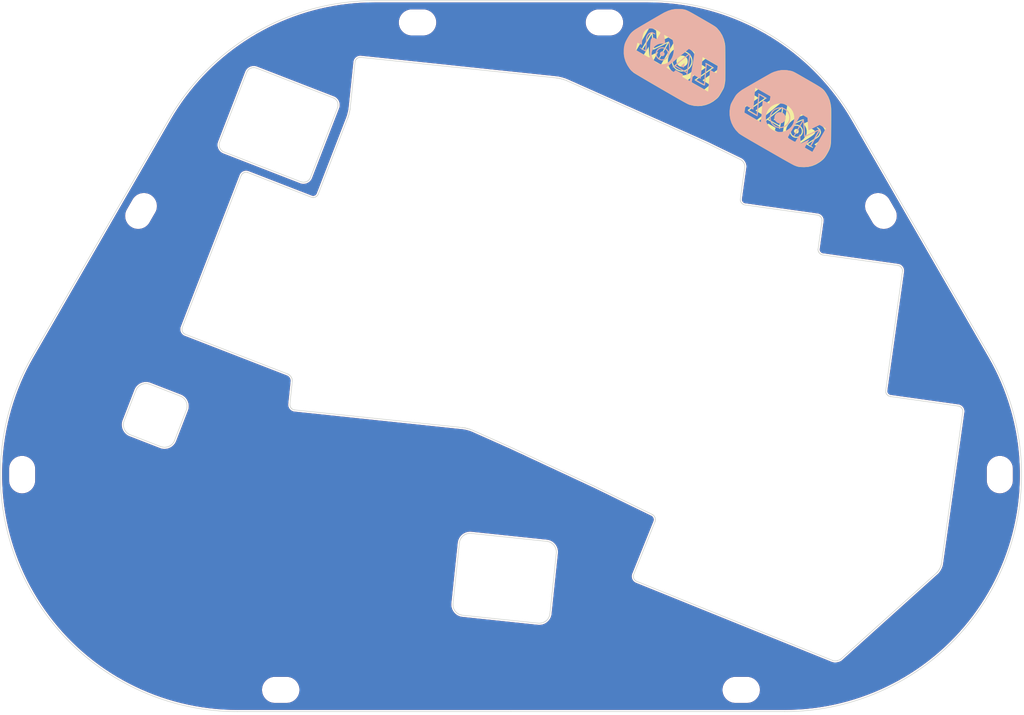
<source format=kicad_pcb>
(kicad_pcb (version 20211014) (generator pcbnew)
  (layers (0 "F.Cu" signal) (31 "B.Cu" signal) (34 "B.Paste" user) (35 "F.Paste" user) (36 "B.SilkS" user "B.Silkscreen") (37 "F.SilkS" user "F.Silkscreen") (38 "B.Mask" user) (39 "F.Mask" user) (44 "Edge.Cuts" user))
  (net 0 "")
  (net 1 "GND")
  (footprint "00_KeyParts:SpacerHole_M2_4mm" (layer "F.Cu") (at 151.545 23.139)
    (fp_text reference "H7" hide)
    (fp_text value "MountingHole" hide)
    (pad "" np_thru_hole oval (at 0 0) (size 6.3 4.2) (drill oval 6.3 4.2) (layers F&B.Cu *.Mask))
  )
  (footprint "00_KeyParts:SpacerHole_M2_4mm" (layer "F.Cu") (at 117.055 23.139)
    (fp_text reference "H8" hide)
    (fp_text value "MountingHole" hide)
    (pad "" np_thru_hole oval (at 0 0) (size 6.3 4.2) (drill oval 6.3 4.2) (layers F&B.Cu *.Mask))
  )
  (footprint "00_KeyParts:SpacerHole_M2_4mm" (layer "F.Cu") (at 176.79 146.316)
    (fp_text reference "H1" hide)
    (fp_text value "MountingHole" hide)
    (pad "" np_thru_hole oval (at 0 0) (size 6.3 4.2) (drill oval 6.3 4.2) (layers F&B.Cu *.Mask))
  )
  (footprint "00_KeyParts:mozza62_logo" (layer "F.Cu") (at 175.5 34.5 -30)
    (fp_text reference "G1" hide)
    (fp_text value "LOGO" hide)
  )
  (footprint "00_KeyParts:DummyPad" (layer "F.Cu") (at 138.2768 22.2068)
    (fp_text reference "P1" hide)
    (fp_text value "DummyPad" hide)
    (pad "1" smd circle locked (at 0 0) (size 0.4 0.4) (layers "F.Cu") (net 1 "GND"))
  )
  (footprint "00_KeyParts:SpacerHole_M2_4mm" (layer "F.Cu") (at 224.516 106.59 90)
    (fp_text reference "H3" hide)
    (fp_text value "MountingHole" hide)
    (pad "" np_thru_hole oval (at 0 0 90) (size 6.3 4.2) (drill oval 6.3 4.2) (layers F&B.Cu *.Mask))
  )
  (footprint "00_KeyParts:SpacerHole_M2_4mm" (layer "F.Cu") (at 66.029 57.936 -120)
    (fp_text reference "H6" hide)
    (fp_text value "MountingHole" hide)
    (pad "" np_thru_hole oval (at 0 0 240) (size 6.3 4.2) (drill oval 6.3 4.2) (layers F&B.Cu *.Mask))
  )
  (footprint "00_KeyParts:SpacerHole_M2_4mm" (layer "F.Cu") (at 44.084 106.59 -90)
    (fp_text reference "H4" hide)
    (fp_text value "MountingHole" hide)
    (pad "" np_thru_hole oval (at 0 0 270) (size 6.3 4.2) (drill oval 6.3 4.2) (layers F&B.Cu *.Mask))
  )
  (footprint "00_KeyParts:SpacerHole_M2_4mm" (layer "F.Cu") (at 202.571 57.936 120)
    (fp_text reference "H5" hide)
    (fp_text value "MountingHole" hide)
    (pad "" np_thru_hole oval (at 0 0 120) (size 6.3 4.2) (drill oval 6.3 4.2) (layers F&B.Cu *.Mask))
  )
  (footprint "00_KeyParts:SpacerHole_M2_4mm" (layer "F.Cu") (at 91.81 146.316)
    (fp_text reference "H2" hide)
    (fp_text value "MountingHole" hide)
    (pad "" np_thru_hole oval (at 0 0) (size 6.3 4.2) (drill oval 6.3 4.2) (layers F&B.Cu *.Mask))
  )
  (footprint "00_KeyParts:mozza62_logo" (layer "B.Cu") (at 175.5 34.5 150)
    (fp_text reference "G2" hide)
    (fp_text value "LOGO" hide)
  )
  (footprint "00_KeyParts:DummyPad" (layer "B.Cu") (at 139.4206 22.225 180)
    (fp_text reference "P2" hide)
    (fp_text value "DummyPad" hide)
    (pad "1" smd circle locked (at 0 0 180) (size 0.4 0.4) (layers "B.Cu") (net 1 "GND"))
  )
  (gr_line (start 206.505 68.644) (end 206.528 68.719) (layer "Edge.Cuts") (width 0.12))
  (gr_line (start 74.467 93.434) (end 74.501 93.585) (layer "Edge.Cuts") (width 0.12))
  (gr_line (start 72.002 100.696) (end 71.906 100.822) (layer "Edge.Cuts") (width 0.12))
  (gr_line (start 177.323 56.774) (end 177.401 56.795) (layer "Edge.Cuts") (width 0.12))
  (gr_line (start 96.263 52.609) (end 96.156 52.625) (layer "Edge.Cuts") (width 0.12))
  (gr_line (start 123.673 131.139999) (end 123.633 130.989) (layer "Edge.Cuts") (width 0.12))
  (gr_line (start 96.571 52.514) (end 96.471 52.554) (layer "Edge.Cuts") (width 0.12))
  (gr_line (start 213.736 123.104) (end 213.726 123.159) (layer "Edge.Cuts") (width 0.12))
  (gr_line (start 65.218 90.766) (end 65.304 90.632) (layer "Edge.Cuts") (width 0.12))
  (gr_line (start 203.618 91.718) (end 203.662 91.781) (layer "Edge.Cuts") (width 0.12))
  (gr_line (start 97.311 51.739) (end 97.266 51.845) (layer "Edge.Cuts") (width 0.12))
  (gr_line (start 124.76 132.38) (end 124.62 132.31) (layer "Edge.Cuts") (width 0.12))
  (gr_line (start 143.809 33.612) (end 143.866 33.629) (layer "Edge.Cuts") (width 0.12))
  (gr_line (start 67.664 89.918) (end 70.461 91.002) (layer "Edge.Cuts") (width 0.12))
  (gr_line (start 104.627 38.913) (end 104.632 38.868) (layer "Edge.Cuts") (width 0.12))
  (gr_line (start 126.169 98.065) (end 126.112 98.051) (layer "Edge.Cuts") (width 0.12))
  (gr_line (start 65.995999 90.02) (end 66.134 89.952) (layer "Edge.Cuts") (width 0.12))
  (gr_line (start 140.992 133.365) (end 140.884 133.475) (layer "Edge.Cuts") (width 0.12))
  (gr_line (start 217.604 94.514) (end 217.632 94.585) (layer "Edge.Cuts") (width 0.12))
  (gr_line (start 102.085 39.433) (end 97.311 51.739) (layer "Edge.Cuts") (width 0.12))
  (gr_line (start 101.89 37.288) (end 101.971 37.361) (layer "Edge.Cuts") (width 0.12))
  (gr_line (start 93.497 93.802) (end 93.49 93.723) (layer "Edge.Cuts") (width 0.12))
  (gr_line (start 191.626 59.276) (end 191.654 59.347) (layer "Edge.Cuts") (width 0.12))
  (gr_line (start 191.009 65.304) (end 191.032 65.378) (layer "Edge.Cuts") (width 0.12))
  (gr_line (start 104.593 39.157) (end 104.601 39.106) (layer "Edge.Cuts") (width 0.12))
  (gr_line (start 140.769 133.576) (end 140.646 133.668) (layer "Edge.Cuts") (width 0.12))
  (gr_line (start 203.477 91.36) (end 203.494 91.436) (layer "Edge.Cuts") (width 0.12))
  (gr_line (start 142.81 33.389) (end 142.86 33.396) (layer "Edge.Cuts") (width 0.12))
  (gr_line (start 62.885 98.04) (end 62.839 97.894) (layer "Edge.Cuts") (width 0.12))
  (gr_line (start 105.633 30.093) (end 105.674 30.026) (layer "Edge.Cuts") (width 0.12))
  (gr_line (start 143.293 33.479) (end 143.35 33.491999) (layer "Edge.Cuts") (width 0.12))
  (gr_line (start 142.41 119.877) (end 142.482 120.013) (layer "Edge.Cuts") (width 0.12))
  (gr_line (start 80.655 46.491) (end 80.601 46.398) (layer "Edge.Cuts") (width 0.12))
  (gr_line (start 213.713 123.214) (end 213.699 123.271) (layer "Edge.Cuts") (width 0.12))
  (gr_line (start 104.601 39.106) (end 104.608 39.056) (layer "Edge.Cuts") (width 0.12))
  (gr_line (start 140.38 133.823) (end 140.239 133.884999) (layer "Edge.Cuts") (width 0.12))
  (gr_line (start 124.244 132.039999) (end 124.134 131.933) (layer "Edge.Cuts") (width 0.12))
  (gr_line (start 191.032 65.378) (end 191.061 65.45) (layer "Edge.Cuts") (width 0.12))
  (gr_line (start 142.544 120.155) (end 142.595 120.302) (layer "Edge.Cuts") (width 0.12))
  (gr_line (start 80.446 45.558) (end 80.465 45.448) (layer "Edge.Cuts") (width 0.12))
  (gr_line (start 160.9 115.221) (end 160.92 115.146) (layer "Edge.Cuts") (width 0.12))
  (gr_line (start 81.329 47.042) (end 81.223 46.996) (layer "Edge.Cuts") (width 0.12))
  (gr_line (start 176.74 56.292) (end 176.779 56.358) (layer "Edge.Cuts") (width 0.12))
  (gr_line (start 98.567 55.088) (end 98.615 55.025) (layer "Edge.Cuts") (width 0.12))
  (gr_line (start 102.176 37.613) (end 102.23 37.705) (layer "Edge.Cuts") (width 0.12))
  (gr_line (start 101.802 37.221) (end 101.89 37.288) (layer "Edge.Cuts") (width 0.12))
  (gr_line (start 141.332 132.848999) (end 141.262 132.989) (layer "Edge.Cuts") (width 0.12))
  (gr_line (start 73.811 92.411) (end 73.927 92.515) (layer "Edge.Cuts") (width 0.12))
  (gr_line (start 157.436 126.252) (end 157.366 126.212) (layer "Edge.Cuts") (width 0.12))
  (gr_line (start 86.26 31.589) (end 86.36 31.55) (layer "Edge.Cuts") (width 0.12))
  (gr_line (start 144.194 33.734) (end 144.245 33.752) (layer "Edge.Cuts") (width 0.12))
  (gr_line (start 94.075 94.576) (end 94.005 94.541) (layer "Edge.Cuts") (width 0.12))
  (gr_line (start 93.816 94.406) (end 93.762 94.352) (layer "Edge.Cuts") (width 0.12))
  (gr_line (start 98.615 55.025) (end 98.658 54.958) (layer "Edge.Cuts") (width 0.12))
  (gr_line (start 124.906 132.44) (end 124.76 132.38) (layer "Edge.Cuts") (width 0.12))
  (gr_line (start 216.908 93.941) (end 216.986 93.962) (layer "Edge.Cuts") (width 0.12))
  (gr_line (start 81.124 46.942) (end 81.03 46.882) (layer "Edge.Cuts") (width 0.12))
  (gr_line (start 176.746 48.497) (end 176.806 48.533) (layer "Edge.Cuts") (width 0.12))
  (gr_line (start 124.362 132.139999) (end 124.244 132.039999) (layer "Edge.Cuts") (width 0.12))
  (gr_line (start 126.055 98.038) (end 125.998 98.025) (layer "Edge.Cuts") (width 0.12))
  (gr_line (start 195.204 140.606) (end 195.153 140.646) (layer "Edge.Cuts") (width 0.12))
  (gr_line (start 177.28 49.064) (end 177.312 49.13) (layer "Edge.Cuts") (width 0.12))
  (gr_line (start 157.237 126.12) (end 157.18 126.067) (layer "Edge.Cuts") (width 0.12))
  (gr_line (start 217.267 94.101) (end 217.328 94.148) (layer "Edge.Cuts") (width 0.12))
  (gr_line (start 73.772 80.368) (end 73.728 80.304) (layer "Edge.Cuts") (width 0.12))
  (gr_line (start 205.859 68.021) (end 205.934 68.048) (layer "Edge.Cuts") (width 0.12))
  (gr_line (start 191.461 59.018) (end 191.509 59.077) (layer "Edge.Cuts") (width 0.12))
  (gr_line (start 58.565 62.864) (end 45.943 84.727) (layer "Edge.Cuts") (width 0.12))
  (gr_line (start 88.414 49.79) (end 81.329 47.042) (layer "Edge.Cuts") (width 0.12))
  (gr_line (start 97.012 52.208) (end 96.933 52.283) (layer "Edge.Cuts") (width 0.12))
  (gr_line (start 176.871 56.481) (end 176.924 56.537) (layer "Edge.Cuts") (width 0.12))
  (gr_line (start 104.431 39.929) (end 104.445 39.872) (layer "Edge.Cuts") (width 0.12))
  (gr_line (start 156.965 125.749) (end 156.938 125.677) (layer "Edge.Cuts") (width 0.12))
  (gr_line (start 152.906 37.591) (end 170.562 45.478) (layer "Edge.Cuts") (width 0.12))
  (gr_line (start 97.513 55.409) (end 97.591 55.429) (layer "Edge.Cuts") (width 0.12))
  (gr_line (start 126.898 98.279) (end 126.845 98.261) (layer "Edge.Cuts") (width 0.12))
  (gr_line (start 104.403 40.041) (end 104.417 39.985) (layer "Edge.Cuts") (width 0.12))
  (gr_line (start 97.748 55.449) (end 97.826 55.45) (layer "Edge.Cuts") (width 0.12))
  (gr_line (start 157.299 126.168) (end 157.237 126.12) (layer "Edge.Cuts") (width 0.12))
  (gr_line (start 142.964 33.412999) (end 143.017 33.423) (layer "Edge.Cuts") (width 0.12))
  (gr_line (start 212.98 124.593) (end 212.941 124.634) (layer "Edge.Cuts") (width 0.12))
  (gr_line (start 176.631 55.681) (end 176.623 55.762) (layer "Edge.Cuts") (width 0.12))
  (gr_line (start 160.92 115.146) (end 160.935 115.07) (layer "Edge.Cuts") (width 0.12))
  (gr_line (start 104.166 40.795) (end 104.182 40.752) (layer "Edge.Cuts") (width 0.12))
  (gr_line (start 156.895 125.217) (end 156.91 125.139) (layer "Edge.Cuts") (width 0.12))
  (gr_line (start 125.565 97.942) (end 125.514 97.934) (layer "Edge.Cuts") (width 0.12))
  (gr_line (start 216.774 101.493) (end 213.744 123.05) (layer "Edge.Cuts") (width 0.12))
  (gr_line (start 176.621 55.843) (end 176.626 55.923) (layer "Edge.Cuts") (width 0.12))
  (gr_line (start 84.558 51.286) (end 84.601 51.219) (layer "Edge.Cuts") (width 0.12))
  (gr_line (start 104.327 40.314) (end 104.342 40.261) (layer "Edge.Cuts") (width 0.12))
  (gr_line (start 142.595 120.302) (end 142.635 120.453) (layer "Edge.Cuts") (width 0.12))
  (gr_line (start 104.555 39.369) (end 104.565 39.315) (layer "Edge.Cuts") (width 0.12))
  (gr_line (start 160.418 113.966) (end 160.349 113.929) (layer "Edge.Cuts") (width 0.12))
  (gr_line (start 203.821 91.947) (end 203.882 91.995) (layer "Edge.Cuts") (width 0.12))
  (gr_line (start 86.893 31.472) (end 87.003 31.481) (layer "Edge.Cuts") (width 0.12))
  (gr_line (start 125.418 97.922) (end 125.371 97.916) (layer "Edge.Cuts") (width 0.12))
  (gr_line (start 213.53 123.741) (end 213.502 123.8) (layer "Edge.Cuts") (width 0.12))
  (gr_line (start 86.36 31.55) (end 86.463 31.518) (layer "Edge.Cuts") (width 0.12))
  (gr_line (start 70.883 101.478) (end 70.732 101.512) (layer "Edge.Cuts") (width 0.12))
  (gr_line (start 194.86 140.81) (end 194.795 140.835) (layer "Edge.Cuts") (width 0.12))
  (gr_line (start 71.172 101.376) (end 71.029 101.432) (layer "Edge.Cuts") (width 0.12))
  (gr_line (start 210.035 62.864) (end 222.658 84.727) (layer "Edge.Cuts") (width 0.12))
  (gr_line (start 212.941 124.634) (end 212.902 124.673) (layer "Edge.Cuts") (width 0.12))
  (gr_line (start 104.342 40.261) (end 104.358 40.206) (layer "Edge.Cuts") (width 0.12))
  (gr_line (start 126.845 98.261) (end 126.792 98.243) (layer "Edge.Cuts") (width 0.12))
  (gr_line (start 143.017 33.423) (end 143.071 33.433) (layer "Edge.Cuts") (width 0.12))
  (gr_line (start 140.239 133.884999) (end 140.092 133.936) (layer "Edge.Cuts") (width 0.12))
  (gr_line (start 195.253 140.565) (end 195.204 140.606) (layer "Edge.Cuts") (width 0.12))
  (gr_line (start 93.588 94.1) (end 93.557 94.029) (layer "Edge.Cuts") (width 0.12))
  (gr_line (start 80.942 46.815) (end 80.86 46.742) (layer "Edge.Cuts") (width 0.12))
  (gr_line (start 65.736999 90.185) (end 65.863 90.097) (layer "Edge.Cuts") (width 0.12))
  (gr_line (start 80.53 45.23) (end 85.303 32.923) (layer "Edge.Cuts") (width 0.12))
  (gr_line (start 143.978 33.663) (end 144.033 33.68) (layer "Edge.Cuts") (width 0.12))
  (gr_line (start 141.181 133.122) (end 141.091 133.247999) (layer "Edge.Cuts") (width 0.12))
  (gr_line (start 191.289 58.863) (end 191.351 58.91) (layer "Edge.Cuts") (width 0.12))
  (gr_line (start 94.302 94.648) (end 94.224 94.63) (layer "Edge.Cuts") (width 0.12))
  (gr_line (start 194.595 140.899) (end 194.526 140.915) (layer "Edge.Cuts") (width 0.12))
  (gr_line (start 205.934 68.048) (end 206.006 68.08) (layer "Edge.Cuts") (width 0.12))
  (gr_line (start 160.948 114.918) (end 160.947 114.842) (layer "Edge.Cuts") (width 0.12))
  (gr_line (start 74.519 94.206) (end 74.492 94.363) (layer "Edge.Cuts") (width 0.12))
  (gr_line (start 96.849 52.351) (end 96.761 52.412) (layer "Edge.Cuts") (width 0.12))
  (gr_line (start 160.603 114.104) (end 160.545 114.054) (layer "Edge.Cuts") (width 0.12))
  (gr_line (start 74.421 93.288) (end 74.467 93.434) (layer "Edge.Cuts") (width 0.12))
  (gr_line (start 123.606 130.834) (end 123.59 130.675) (layer "Edge.Cuts") (width 0.12))
  (gr_line (start 106.218 29.619) (end 106.294 29.599) (layer "Edge.Cuts") (width 0.12))
  (gr_line (start 144.141 33.716) (end 144.194 33.734) (layer "Edge.Cuts") (width 0.12))
  (gr_line (start 203.461 91.202) (end 203.466 91.282) (layer "Edge.Cuts") (width 0.12))
  (gr_line (start 62.772 97.435) (end 62.773 97.279) (layer "Edge.Cuts") (width 0.12))
  (gr_line (start 142.678 120.767) (end 142.681 120.929) (layer "Edge.Cuts") (width 0.12))
  (gr_line (start 217.57 94.444) (end 217.604 94.514) (layer "Edge.Cuts") (width 0.12))
  (gr_line (start 85.39 50.795) (end 85.468 50.795) (layer "Edge.Cuts") (width 0.12))
  (gr_line (start 206.14 68.16) (end 206.201 68.207) (layer "Edge.Cuts") (width 0.12))
  (gr_line (start 93.298 88.125) (end 93.236 88.088) (layer "Edge.Cuts") (width 0.12))
  (gr_line (start 66.882 89.783) (end 67.038 89.784) (layer "Edge.Cuts") (width 0.12))
  (gr_line (start 134.3 19.139) (end 109.055 19.139) (layer "Edge.Cuts") (width 0.12))
  (gr_line (start 80.492 45.339) (end 80.53 45.23) (layer "Edge.Cuts") (width 0.12))
  (gr_line (start 104.51 39.59) (end 104.522 39.534) (layer "Edge.Cuts") (width 0.12))
  (gr_line (start 176.685 48.464) (end 176.746 48.497) (layer "Edge.Cuts") (width 0.12))
  (gr_line (start 125.888 117.619) (end 126.029 117.557) (layer "Edge.Cuts") (width 0.12))
  (gr_line (start 98.515 55.146) (end 98.567 55.088) (layer "Edge.Cuts") (width 0.12))
  (gr_line (start 101.608 37.108) (end 101.708 37.161) (layer "Edge.Cuts") (width 0.12))
  (gr_line (start 106.294 29.599) (end 106.372 29.585) (layer "Edge.Cuts") (width 0.12))
  (gr_line (start 87.332 31.565) (end 94.417 34.313) (layer "Edge.Cuts") (width 0.12))
  (gr_line (start 191.553 59.14) (end 191.592 59.206) (layer "Edge.Cuts") (width 0.12))
  (gr_line (start 69.642 101.41) (end 66.845 100.326) (layer "Edge.Cuts") (width 0.12))
  (gr_line (start 106.074 29.676) (end 106.145 29.645) (layer "Edge.Cuts") (width 0.12))
  (gr_line (start 197.411961 41.0015) (end 197.413 41.002) (layer "Edge.Cuts") (width 0.003048))
  (gr_line (start 142.681 120.929) (end 142.67 121.092) (layer "Edge.Cuts") (width 0.12))
  (gr_line (start 45.942173 84.727) (end 45.943 84.727) (layer "Edge.Cuts") (width 0.003048))
  (gr_line (start 140.89 118.894) (end 141.053 118.918) (layer "Edge.Cuts") (width 0.12))
  (gr_line (start 104.472 39.759) (end 104.485 39.703) (layer "Edge.Cuts") (width 0.12))
  (gr_line (start 104.231 40.616) (end 104.247 40.568) (layer "Edge.Cuts") (width 0.12))
  (gr_line (start 84.52 51.357) (end 84.558 51.286) (layer "Edge.Cuts") (width 0.12))
  (gr_line (start 206.56 69.033) (end 206.552 69.115) (layer "Edge.Cuts") (width 0.12))
  (gr_line (start 194.73 140.859) (end 194.663 140.88) (layer "Edge.Cuts") (width 0.12))
  (gr_line (start 94.384 94.659) (end 94.302 94.648) (layer "Edge.Cuts") (width 0.12))
  (gr_line (start 191.095 65.519) (end 191.133 65.586) (layer "Edge.Cuts") (width 0.12))
  (gr_line (start 193.705 140.901) (end 193.643 140.882) (layer "Edge.Cuts") (width 0.12))
  (gr_line (start 177.244 49.001) (end 177.28 49.064) (layer "Edge.Cuts") (width 0.12))
  (gr_line (start 127.001 98.316) (end 126.95 98.297) (layer "Edge.Cuts") (width 0.12))
  (gr_line (start 95.828 52.622) (end 95.718 52.603) (layer "Edge.Cuts") (width 0.12))
  (gr_line (start 74.297 93.007) (end 74.365 93.145) (layer "Edge.Cuts") (width 0.12))
  (gr_line (start 70.268 101.544) (end 70.111 101.53) (layer "Edge.Cuts") (width 0.12))
  (gr_line (start 104.263 40.52) (end 104.279 40.47) (layer "Edge.Cuts") (width 0.12))
  (gr_line (start 97.98 55.433) (end 98.056 55.416) (layer "Edge.Cuts") (width 0.12))
  (gr_line (start 124.183 124.78) (end 124.769 119.211) (layer "Edge.Cuts") (width 0.12))
  (gr_line (start 104.373 40.152) (end 104.388 40.097) (layer "Edge.Cuts") (width 0.12))
  (gr_line (start 156.958 124.984) (end 160.448 116.346) (layer "Edge.Cuts") (width 0.12))
  (gr_line (start 143.071 33.433) (end 143.125 33.444) (layer "Edge.Cuts") (width 0.12))
  (gr_line (start 82.137 57.493) (end 84.487 51.433) (layer "Edge.Cuts") (width 0.12))
  (gr_line (start 213.744 123.05) (end 213.736 123.104) (layer "Edge.Cuts") (width 0.12))
  (gr_line (start 125.998 98.025) (end 125.941 98.012) (layer "Edge.Cuts") (width 0.12))
  (gr_line (start 160.792 114.34) (end 160.751 114.277) (layer "Edge.Cuts") (width 0.12))
  (gr_line (start 93.665 94.233) (end 93.624 94.168) (layer "Edge.Cuts") (width 0.12))
  (gr_line (start 203.71 91.84) (end 203.763 91.896) (layer "Edge.Cuts") (width 0.12))
  (gr_line (start 93.626 88.421) (end 93.578 88.364) (layer "Edge.Cuts") (width 0.12))
  (gr_line (start 176.655 56.077) (end 176.678 56.151) (layer "Edge.Cuts") (width 0.12))
  (gr_line (start 96.156 52.625) (end 96.048 52.633) (layer "Edge.Cuts") (width 0.12))
  (gr_line (start 73.995 80.584) (end 73.932 80.536) (layer "Edge.Cuts") (width 0.12))
  (gr_line (start 125.058 132.488) (end 124.906 132.44) (layer "Edge.Cuts") (width 0.12))
  (gr_line (start 93.875 94.455) (end 93.816 94.406) (layer "Edge.Cuts") (width 0.12))
  (gr_line (start 141.476 132.394) (end 141.439 132.550999) (layer "Edge.Cuts") (width 0.12))
  (gr_line (start 85.982 31.752) (end 86.071 31.691) (layer "Edge.Cuts") (width 0.12))
  (gr_line (start 184.789913 150.31615) (end 184.79 150.316) (layer "Edge.Cuts") (width 0.003048))
  (gr_line (start 74.132 92.748) (end 74.22 92.874) (layer "Edge.Cuts") (width 0.12))
  (gr_line (start 65.304 90.632) (end 65.4 90.506) (layer "Edge.Cuts") (width 0.12))
  (gr_line (start 67.509 89.864) (end 67.664 89.918) (layer "Edge.Cuts") (width 0.12))
  (gr_line (start 84.947 50.913) (end 85.016 50.879) (layer "Edge.Cuts") (width 0.12))
  (gr_line (start 95.609 52.575) (end 95.5 52.538) (layer "Edge.Cuts") (width 0.12))
  (gr_line (start 139.627 134.019) (end 139.465 134.021999) (layer "Edge.Cuts") (width 0.12))
  (gr_line (start 193.643 140.882) (end 193.583 140.859) (layer "Edge.Cuts") (width 0.12))
  (gr_line (start 97.212 51.944) (end 97.152 52.038) (layer "Edge.Cuts") (width 0.12))
  (gr_line (start 93.714 88.543) (end 93.671 88.481) (layer "Edge.Cuts") (width 0.12))
  (gr_line (start 144.487 33.845) (end 144.532 33.864) (layer "Edge.Cuts") (width 0.12))
  (gr_line (start 125.616 97.95) (end 125.565 97.942) (layer "Edge.Cuts") (width 0.12))
  (gr_line (start 142.327 119.748) (end 142.41 119.877) (layer "Edge.Cuts") (width 0.12))
  (gr_line (start 213.502 123.8) (end 213.473 123.859) (layer "Edge.Cuts") (width 0.12))
  (gr_line (start 194.106 140.957) (end 194.037 140.955) (layer "Edge.Cuts") (width 0.12))
  (gr_line (start 105.88 29.799) (end 105.941 29.753) (layer "Edge.Cuts") (width 0.12))
  (gr_line (start 213.684 123.328) (end 213.666 123.386) (layer "Edge.Cuts") (width 0.12))
  (gr_line (start 70.424 101.545) (end 70.268 101.544) (layer "Edge.Cuts") (width 0.12))
  (gr_line (start 126.457 98.141) (end 126.399 98.125) (layer "Edge.Cuts") (width 0.12))
  (gr_line (start 217.438 94.256) (end 217.487 94.315) (layer "Edge.Cuts") (width 0.12))
  (gr_line (start 82.816 84.036) (end 74.209 80.698) (layer "Edge.Cuts") (width 0.12))
  (gr_line (start 177.441 49.544) (end 177.449 49.614) (layer "Edge.Cuts") (width 0.12))
  (gr_line (start 97.085 52.126) (end 97.012 52.208) (layer "Edge.Cuts") (width 0.12))
  (gr_line (start 85.781 50.862) (end 91.841 53.213) (layer "Edge.Cuts") (width 0.12))
  (gr_line (start 141.362 119.002) (end 141.508 119.062) (layer "Edge.Cuts") (width 0.12))
  (gr_line (start 206.006 68.08) (end 206.075 68.118) (layer "Edge.Cuts") (width 0.12))
  (gr_line (start 176.919 48.616) (end 176.972 48.663) (layer "Edge.Cuts") (width 0.12))
  (gr_line (start 67.038 89.784) (end 67.195 89.798) (layer "Edge.Cuts") (width 0.12))
  (gr_line (start 106.006 29.712) (end 106.074 29.676) (layer "Edge.Cuts") (width 0.12))
  (gr_line (start 143.522 33.534) (end 143.58 33.549) (layer "Edge.Cuts") (width 0.12))
  (gr_line (start 191.156 58.783) (end 191.224 58.821) (layer "Edge.Cuts") (width 0.12))
  (gr_line (start 101.708 37.161) (end 101.802 37.221) (layer "Edge.Cuts") (width 0.12))
  (gr_line (start 66.727 89.793) (end 66.882 89.783) (layer "Edge.Cuts") (width 0.12))
  (gr_line (start 105.544 30.312) (end 105.569 30.236) (layer "Edge.Cuts") (width 0.12))
  (gr_line (start 156.998 125.818) (end 156.965 125.749) (layer "Edge.Cuts") (width 0.12))
  (gr_line (start 73.932 80.536) (end 73.874 80.484) (layer "Edge.Cuts") (width 0.12))
  (gr_arc (start 222.658 84.727) (mid 222.657913 128.45315) (end 184.789913 150.31615) (layer "Edge.Cuts") (width 0.12))
  (gr_line (start 176.638 56.001) (end 176.655 56.077) (layer "Edge.Cuts") (width 0.12))
  (gr_line (start 213.058 124.504) (end 213.019 124.549) (layer "Edge.Cuts") (width 0.12))
  (gr_line (start 143.181 33.455) (end 143.237 33.467) (layer "Edge.Cuts") (width 0.12))
  (gr_line (start 176.706 56.223) (end 176.74 56.292) (layer "Edge.Cuts") (width 0.12))
  (gr_line (start 133.928 118.163) (end 140.89 118.894) (layer "Edge.Cuts") (width 0.12))
  (gr_line (start 85.898 31.821) (end 85.982 31.752) (layer "Edge.Cuts") (width 0.12))
  (gr_line (start 125.885 98) (end 125.83 97.989) (layer "Edge.Cuts") (width 0.12))
  (gr_line (start 73.685 92.315) (end 73.811 92.411) (layer "Edge.Cuts") (width 0.12))
  (gr_line (start 149.712 108.741) (end 134.275 101.543) (layer "Edge.Cuts") (width 0.12))
  (gr_line (start 213.626 123.503) (end 213.604 123.562) (layer "Edge.Cuts") (width 0.12))
  (gr_line (start 98.269 55.331) (end 98.336 55.292) (layer "Edge.Cuts") (width 0.12))
  (gr_line (start 93.755 91.074) (end 93.933 89.383) (layer "Edge.Cuts") (width 0.12))
  (gr_line (start 73.655 80.169) (end 73.627 80.098) (layer "Edge.Cuts") (width 0.12))
  (gr_line (start 104.215 40.663) (end 104.231 40.616) (layer "Edge.Cuts") (width 0.12))
  (gr_line (start 141.648 119.132) (end 141.781 119.212) (layer "Edge.Cuts") (width 0.12))
  (gr_line (start 177.176 56.715) (end 177.248 56.748) (layer "Edge.Cuts") (width 0.12))
  (gr_line (start 93.473 88.259) (end 93.417 88.211) (layer "Edge.Cuts") (width 0.12))
  (gr_line (start 73.728 80.304) (end 73.689 80.238) (layer "Edge.Cuts") (width 0.12))
  (gr_line (start 176.678 56.151) (end 176.706 56.223) (layer "Edge.Cuts") (width 0.12))
  (gr_line (start 93.895 88.95) (end 93.874 88.879) (layer "Edge.Cuts") (width 0.12))
  (gr_line (start 191.279 65.763999) (end 191.336 65.816) (layer "Edge.Cuts") (width 0.12))
  (gr_line (start 177.205 48.939) (end 177.244 49.001) (layer "Edge.Cuts") (width 0.12))
  (gr_line (start 176.924 56.537) (end 176.981 56.588) (layer "Edge.Cuts") (width 0.12))
  (gr_line (start 157.079 125.949) (end 157.036 125.885) (layer "Edge.Cuts") (width 0.12))
  (gr_line (start 84.601 51.219) (end 84.649 51.156) (layer "Edge.Cuts") (width 0.12))
  (gr_line (start 74.034 92.628) (end 74.132 92.748) (layer "Edge.Cuts") (width 0.12))
  (gr_line (start 213.28 124.201) (end 213.244 124.255) (layer "Edge.Cuts") (width 0.12))
  (gr_line (start 73.638 79.404) (end 82.137 57.493) (layer "Edge.Cuts") (width 0.12))
  (gr_line (start 125.276 118.077) (end 125.384 117.967) (layer "Edge.Cuts") (width 0.12))
  (gr_line (start 191.592 59.206) (end 191.626 59.276) (layer "Edge.Cuts") (width 0.12))
  (gr_line (start 191.408 58.962) (end 191.461 59.018) (layer "Edge.Cuts") (width 0.12))
  (gr_line (start 191.133 65.586) (end 191.177 65.649) (layer "Edge.Cuts") (width 0.12))
  (gr_line (start 63.086 98.454) (end 63.009 98.321) (layer "Edge.Cuts") (width 0.12))
  (gr_line (start 113.078 30.261) (end 142.667 33.371) (layer "Edge.Cuts") (width 0.12))
  (gr_line (start 106.532 29.576) (end 106.614 29.582) (layer "Edge.Cuts") (width 0.12))
  (gr_line (start 160.91 114.618) (end 160.888 114.546) (layer "Edge.Cuts") (width 0.12))
  (gr_line (start 142.761 33.381999) (end 142.81 33.389) (layer "Edge.Cuts") (width 0.12))
  (gr_line (start 72.088 100.562) (end 72.002 100.696) (layer "Edge.Cuts") (width 0.12))
  (gr_line (start 156.9 125.528) (end 156.89 125.451) (layer "Edge.Cuts") (width 0.12))
  (gr_line (start 102.373 38.11) (end 102.389 38.217) (layer "Edge.Cuts") (width 0.12))
  (gr_line (start 191.706 59.576) (end 191.711 59.656) (layer "Edge.Cuts") (width 0.12))
  (gr_line (start 93.711 94.294) (end 93.665 94.233) (layer "Edge.Cuts") (width 0.12))
  (gr_line (start 126.682 98.208) (end 126.627 98.191) (layer "Edge.Cuts") (width 0.12))
  (gr_line (start 194.526 140.915) (end 194.456 140.928) (layer "Edge.Cuts") (width 0.12))
  (gr_line (start 104.388 40.097) (end 104.403 40.041) (layer "Edge.Cuts") (width 0.12))
  (gr_line (start 123.724 131.287) (end 123.673 131.139999) (layer "Edge.Cuts") (width 0.12))
  (gr_line (start 217.386 94.2) (end 217.438 94.256) (layer "Edge.Cuts") (width 0.12))
  (gr_line (start 87.003 31.481) (end 87.113 31.5) (layer "Edge.Cuts") (width 0.12))
  (gr_line (start 142.024 119.402) (end 142.134 119.509) (layer "Edge.Cuts") (width 0.12))
  (gr_line (start 93.494 93.56) (end 93.755 91.074) (layer "Edge.Cuts") (width 0.12))
  (gr_line (start 126.95 98.297) (end 126.898 98.279) (layer "Edge.Cuts") (width 0.12))
  (gr_line (start 126.514 98.157) (end 126.457 98.141) (layer "Edge.Cuts") (width 0.12))
  (gr_line (start 217.687 94.974) (end 217.679 95.056) (layer "Edge.Cuts") (width 0.12))
  (gr_line (start 194.037 140.955) (end 193.968 140.95) (layer "Edge.Cuts") (width 0.12))
  (gr_line (start 86.784 31.471) (end 86.893 31.472) (layer "Edge.Cuts") (width 0.12))
  (gr_line (start 205.781 68) (end 205.859 68.021) (layer "Edge.Cuts") (width 0.12))
  (gr_line (start 102.23 37.705) (end 102.278 37.802) (layer "Edge.Cuts") (width 0.12))
  (gr_line (start 123.858 131.565) (end 123.786 131.429) (layer "Edge.Cuts") (width 0.12))
  (gr_line (start 176.972 48.663) (end 177.024 48.713) (layer "Edge.Cuts") (width 0.12))
  (gr_line (start 157.18 126.067) (end 157.127 126.01) (layer "Edge.Cuts") (width 0.12))
  (gr_line (start 65.617 90.283) (end 65.736999 90.185) (layer "Edge.Cuts") (width 0.12))
  (gr_line (start 126.029 117.557) (end 126.176 117.506) (layer "Edge.Cuts") (width 0.12))
  (gr_line (start 63.621 99.013) (end 63.495 98.917) (layer "Edge.Cuts") (width 0.12))
  (gr_line (start 97.67 55.442) (end 97.748 55.449) (layer "Edge.Cuts") (width 0.12))
  (gr_line (start 96.368 52.585) (end 96.263 52.609) (layer "Edge.Cuts") (width 0.12))
  (gr_line (start 143.58 33.549) (end 143.637 33.564) (layer "Edge.Cuts") (width 0.12))
  (gr_line (start 176.863 48.573) (end 176.919 48.616) (layer "Edge.Cuts") (width 0.12))
  (gr_line (start 156.887 125.296) (end 156.895 125.217) (layer "Edge.Cuts") (width 0.12))
  (gr_line (start 176.823 56.421) (end 176.871 56.481) (layer "Edge.Cuts") (width 0.12))
  (gr_line (start 143.752 33.596) (end 143.809 33.612) (layer "Edge.Cuts") (width 0.12))
  (gr_line (start 106.614 29.582) (end 113.078 30.261) (layer "Edge.Cuts") (width 0.12))
  (gr_line (start 73.689 80.238) (end 73.655 80.169) (layer "Edge.Cuts") (width 0.12))
  (gr_line (start 97.904 55.444) (end 97.98 55.433) (layer "Edge.Cuts") (width 0.12))
  (gr_line (start 194.386 140.939) (end 194.316 140.948) (layer "Edge.Cuts") (width 0.12))
  (gr_line (start 134.3 150.316) (end 83.81 150.316) (layer "Edge.Cuts") (width 0.12))
  (gr_line (start 98.399 55.249) (end 98.459 55.2) (layer "Edge.Cuts") (width 0.12))
  (gr_line (start 104.311 40.367) (end 104.327 40.314) (layer "Edge.Cuts") (width 0.12))
  (gr_line (start 80.482 46.099) (end 80.459 45.993) (layer "Edge.Cuts") (width 0.12))
  (gr_line (start 217.061 93.989) (end 217.133 94.021) (layer "Edge.Cuts") (width 0.12))
  (gr_line (start 85.303 32.923) (end 85.52 32.363999) (layer "Edge.Cuts") (width 0.12))
  (gr_line (start 124.769 119.211) (end 124.792 119.048) (layer "Edge.Cuts") (width 0.12))
  (gr_line (start 126.967 117.431) (end 133.928 118.163) (layer "Edge.Cuts") (width 0.12))
  (gr_line (start 191.336 65.816) (end 191.397 65.863) (layer "Edge.Cuts") (width 0.12))
  (gr_line (start 84.817 50.996) (end 84.881 50.952) (layer "Edge.Cuts") (width 0.12))
  (gr_line (start 104.247 40.568) (end 104.263 40.52) (layer "Edge.Cuts") (width 0.12))
  (gr_line (start 74.501 93.585) (end 74.524 93.738) (layer "Edge.Cuts") (width 0.12))
  (gr_line (start 156.91 125.139) (end 156.931 125.061) (layer "Edge.Cuts") (width 0.12))
  (gr_line (start 105.515 30.472) (end 105.526 30.39) (layer "Edge.Cuts") (width 0.12))
  (gr_line (start 63.379 98.813) (end 63.272 98.7) (layer "Edge.Cuts") (width 0.12))
  (gr_line (start 176.806 48.533) (end 176.863 48.573) (layer "Edge.Cuts") (width 0.12))
  (gr_line (start 177.452 49.824) (end 177.444 49.893) (layer "Edge.Cuts") (width 0.12))
  (gr_line (start 177.454 49.685) (end 177.455 49.755) (layer "Edge.Cuts") (width 0.12))
  (gr_line (start 213.413 123.976) (end 213.381 124.033) (layer "Edge.Cuts") (width 0.12))
  (gr_line (start 160.657 114.158) (end 160.603 114.104) (layer "Edge.Cuts") (width 0.12))
  (gr_line (start 104.182 40.752) (end 104.198 40.708) (layer "Edge.Cuts") (width 0.12))
  (gr_line (start 93.938 89.239) (end 93.934 89.167) (layer "Edge.Cuts") (width 0.12))
  (gr_line (start 213.348 124.09) (end 213.314 124.146) (layer "Edge.Cuts") (width 0.12))
  (gr_line (start 98.056 55.416) (end 98.129 55.393) (layer "Edge.Cuts") (width 0.12))
  (gr_line (start 66.423 89.85) (end 66.574 89.816) (layer "Edge.Cuts") (width 0.12))
  (gr_line (start 177.164 48.879) (end 177.205 48.939) (layer "Edge.Cuts") (width 0.12))
  (gr_line (start 98.696 54.887) (end 98.729 54.812) (layer "Edge.Cuts") (width 0.12))
  (gr_line (start 127.279 98.428) (end 127.236 98.409) (layer "Edge.Cuts") (width 0.12))
  (gr_line (start 93.938 89.312) (end 93.938 89.239) (layer "Edge.Cuts") (width 0.12))
  (gr_line (start 85.566 32.259) (end 85.619 32.159) (layer "Edge.Cuts") (width 0.12))
  (gr_line (start 123.633 130.989) (end 123.606 130.834) (layer "Edge.Cuts") (width 0.12))
  (gr_line (start 156.938 125.677) (end 156.916 125.603) (layer "Edge.Cuts") (width 0.12))
  (gr_line (start 73.591 79.56) (end 73.611 79.482) (layer "Edge.Cuts") (width 0.12))
  (gr_line (start 156.931 125.061) (end 156.958 124.984) (layer "Edge.Cuts") (width 0.12))
  (gr_line (start 126.399 98.125) (end 126.342 98.109) (layer "Edge.Cuts") (width 0.12))
  (gr_line (start 191.462 65.905) (end 191.531 65.943) (layer "Edge.Cuts") (width 0.12))
  (gr_line (start 143.637 33.564) (end 143.695 33.58) (layer "Edge.Cuts") (width 0.12))
  (gr_line (start 71.569 101.143) (end 71.443 101.231) (layer "Edge.Cuts") (width 0.12))
  (gr_line (start 126.327 117.466) (end 126.483 117.439) (layer "Edge.Cuts") (width 0.12))
  (gr_line (start 102.317 37.902) (end 102.349 38.005) (layer "Edge.Cuts") (width 0.12))
  (gr_line (start 123.941 131.693999) (end 123.858 131.565) (layer "Edge.Cuts") (width 0.12))
  (gr_line (start 143.866 33.629) (end 143.922 33.645) (layer "Edge.Cuts") (width 0.12))
  (gr_line (start 93.488 93.642) (end 93.494 93.56) (layer "Edge.Cuts") (width 0.12))
  (gr_line (start 191.177 65.649) (end 191.226 65.708) (layer "Edge.Cuts") (width 0.12))
  (gr_line (start 203.466 91.282) (end 203.477 91.36) (layer "Edge.Cuts") (width 0.12))
  (gr_line (start 80.443 45.886) (end 80.435 45.778) (layer "Edge.Cuts") (width 0.12))
  (gr_line (start 191.084 58.751) (end 191.156 58.783) (layer "Edge.Cuts") (width 0.12))
  (gr_line (start 213.134 124.409) (end 213.096 124.457) (layer "Edge.Cuts") (width 0.12))
  (gr_line (start 144.442 33.826) (end 144.487 33.845) (layer "Edge.Cuts") (width 0.12))
  (gr_line (start 104.198 40.708) (end 104.215 40.663) (layer "Edge.Cuts") (width 0.12))
  (gr_line (start 74.209 80.698) (end 74.133 80.665) (layer "Edge.Cuts") (width 0.12))
  (gr_line (start 105.569 30.236) (end 105.598 30.163) (layer "Edge.Cuts") (width 0.12))
  (gr_line (start 62.941 98.183) (end 62.885 98.04) (layer "Edge.Cuts") (width 0.12))
  (gr_line (start 143.237 33.467) (end 143.293 33.479) (layer "Edge.Cuts") (width 0.12))
  (gr_line (start 141.781 119.212) (end 141.906 119.302) (layer "Edge.Cuts") (width 0.12))
  (gr_line (start 142.713 33.375999) (end 142.761 33.381999) (layer "Edge.Cuts") (width 0.12))
  (gr_line (start 71.029 101.432) (end 70.883 101.478) (layer "Edge.Cuts") (width 0.12))
  (gr_line (start 190.978 64.989) (end 190.976 65.069999) (layer "Edge.Cuts") (width 0.12))
  (gr_line (start 191.677 59.422) (end 191.695 59.498) (layer "Edge.Cuts") (width 0.12))
  (gr_line (start 157.511 126.285) (end 157.436 126.252) (layer "Edge.Cuts") (width 0.12))
  (gr_line (start 206.36 68.374) (end 206.404 68.437) (layer "Edge.Cuts") (width 0.12))
  (gr_line (start 142.635 120.453) (end 142.662 120.608) (layer "Edge.Cuts") (width 0.12))
  (gr_line (start 191.397 65.863) (end 191.462 65.905) (layer "Edge.Cuts") (width 0.12))
  (gr_line (start 203.579 91.651) (end 203.618 91.718) (layer "Edge.Cuts") (width 0.12))
  (gr_line (start 203.662 91.781) (end 203.71 91.84) (layer "Edge.Cuts") (width 0.12))
  (gr_line (start 67.352 89.825) (end 67.509 89.864) (layer "Edge.Cuts") (width 0.12))
  (gr_line (start 177.401 56.795) (end 177.482 56.81) (layer "Edge.Cuts") (width 0.12))
  (gr_line (start 126.641 117.423) (end 126.803 117.42) (layer "Edge.Cuts") (width 0.12))
  (gr_line (start 191.531 65.943) (end 191.603 65.974999) (layer "Edge.Cuts") (width 0.12))
  (gr_line (start 206.404 68.437) (end 206.443 68.503) (layer "Edge.Cuts") (width 0.12))
  (gr_line (start 85.087 50.851) (end 85.161 50.828) (layer "Edge.Cuts") (width 0.12))
  (gr_line (start 141.091 133.247999) (end 140.992 133.365) (layer "Edge.Cuts") (width 0.12))
  (gr_line (start 217.683 94.814) (end 217.688 94.894) (layer "Edge.Cuts") (width 0.12))
  (gr_line (start 105.719 29.963) (end 105.768 29.904) (layer "Edge.Cuts") (width 0.12))
  (gr_line (start 157.366 126.212) (end 157.299 126.168) (layer "Edge.Cuts") (width 0.12))
  (gr_line (start 105.674 30.026) (end 105.719 29.963) (layer "Edge.Cuts") (width 0.12))
  (gr_line (start 194.316 140.948) (end 194.246 140.953) (layer "Edge.Cuts") (width 0.12))
  (gr_line (start 104.584 39.209) (end 104.593 39.157) (layer "Edge.Cuts") (width 0.12))
  (gr_line (start 142.911 33.404) (end 142.964 33.412999) (layer "Edge.Cuts") (width 0.12))
  (gr_line (start 70.461 91.002) (end 73.258 92.087) (layer "Edge.Cuts") (width 0.12))
  (gr_line (start 63.991 93.856) (end 65.075999 91.059) (layer "Edge.Cuts") (width 0.12))
  (gr_line (start 191.509 59.077) (end 191.553 59.14) (layer "Edge.Cuts") (width 0.12))
  (gr_line (start 141.906 119.302) (end 142.024 119.402) (layer "Edge.Cuts") (width 0.12))
  (gr_line (start 58.565 62.864) (end 71.188 41.002) (layer "Edge.Cuts") (width 0.12))
  (gr_line (start 80.554 46.301) (end 80.514 46.201) (layer "Edge.Cuts") (width 0.12))
  (gr_line (start 95.718 52.603) (end 95.609 52.575) (layer "Edge.Cuts") (width 0.12))
  (gr_line (start 213.556 123.681) (end 213.53 123.741) (layer "Edge.Cuts") (width 0.12))
  (gr_line (start 93.624 94.168) (end 93.588 94.1) (layer "Edge.Cuts") (width 0.12))
  (gr_arc (start 71.188 41.002) (mid 87.192216 24.997453) (end 109.054547 19.139216) (layer "Edge.Cuts") (width 0.12))
  (gr_line (start 73.604 80.024) (end 73.587 79.949) (layer "Edge.Cuts") (width 0.12))
  (gr_line (start 210.391 93.022) (end 216.828 93.927) (layer "Edge.Cuts") (width 0.12))
  (gr_line (start 73.927 92.515) (end 74.034 92.628) (layer "Edge.Cuts") (width 0.12))
  (gr_line (start 123.59 130.675) (end 123.587 130.513) (layer "Edge.Cuts") (width 0.12))
  (gr_line (start 102.046 37.44) (end 102.115 37.524) (layer "Edge.Cuts") (width 0.12))
  (gr_line (start 97.826 55.45) (end 97.904 55.444) (layer "Edge.Cuts") (width 0.12))
  (gr_line (start 95.938 52.632) (end 95.828 52.622) (layer "Edge.Cuts") (width 0.12))
  (gr_line (start 70.732 101.512) (end 70.579 101.535) (layer "Edge.Cuts") (width 0.12))
  (gr_line (start 206.561 68.953) (end 206.56 69.033) (layer "Edge.Cuts") (width 0.12))
  (gr_line (start 204.241 92.154) (end 204.321 92.169) (layer "Edge.Cuts") (width 0.12))
  (gr_line (start 101.971 37.361) (end 102.046 37.44) (layer "Edge.Cuts") (width 0.12))
  (gr_line (start 177.043 56.635) (end 177.108 56.678) (layer "Edge.Cuts") (width 0.12))
  (gr_line (start 125.622 117.774) (end 125.752 117.691) (layer "Edge.Cuts") (width 0.12))
  (gr_line (start 94.148 94.605) (end 94.075 94.576) (layer "Edge.Cuts") (width 0.12))
  (gr_line (start 80.435 45.778) (end 80.436 45.668) (layer "Edge.Cuts") (width 0.12))
  (gr_line (start 195.153 140.646) (end 195.099 140.683) (layer "Edge.Cuts") (width 0.12))
  (gr_line (start 73.571 79.717) (end 73.578 79.638) (layer "Edge.Cuts") (width 0.12))
  (gr_line (start 194.246 140.953) (end 194.176 140.957) (layer "Edge.Cuts") (width 0.12))
  (gr_line (start 194.795 140.835) (end 194.73 140.859) (layer "Edge.Cuts") (width 0.12))
  (gr_line (start 125.83 97.989) (end 125.775 97.978) (layer "Edge.Cuts") (width 0.12))
  (gr_line (start 96.471 52.554) (end 96.368 52.585) (layer "Edge.Cuts") (width 0.12))
  (gr_line (start 87.223 31.528) (end 87.332 31.565) (layer "Edge.Cuts") (width 0.12))
  (gr_line (start 212.862 124.71) (end 211.441 125.99) (layer "Edge.Cuts") (width 0.12))
  (gr_line (start 62.814 96.965) (end 62.853 96.808) (layer "Edge.Cuts") (width 0.12))
  (gr_line (start 102.349 38.005) (end 102.373 38.11) (layer "Edge.Cuts") (width 0.12))
  (gr_line (start 96.668 52.467) (end 96.571 52.514) (layer "Edge.Cuts") (width 0.12))
  (gr_line (start 213.171 124.359) (end 213.134 124.409) (layer "Edge.Cuts") (width 0.12))
  (gr_line (start 204.016 92.075) (end 204.088 92.107) (layer "Edge.Cuts") (width 0.12))
  (gr_line (start 102.389 38.217) (end 102.396 38.325) (layer "Edge.Cuts") (width 0.12))
  (gr_line (start 73.551 92.229) (end 73.685 92.315) (layer "Edge.Cuts") (width 0.12))
  (gr_line (start 140.646 133.668) (end 140.516 133.751) (layer "Edge.Cuts") (width 0.12))
  (gr_line (start 126.483 117.439) (end 126.641 117.423) (layer "Edge.Cuts") (width 0.12))
  (gr_line (start 191.224 58.821) (end 191.289 58.863) (layer "Edge.Cuts") (width 0.12))
  (gr_line (start 93.753 88.607) (end 93.714 88.543) (layer "Edge.Cuts") (width 0.12))
  (gr_line (start 144.532 33.864) (end 144.575 33.882) (layer "Edge.Cuts") (width 0.12))
  (gr_line (start 142.482 120.013) (end 142.544 120.155) (layer "Edge.Cuts") (width 0.12))
  (gr_line (start 144.245 33.752) (end 144.296 33.77) (layer "Edge.Cuts") (width 0.12))
  (gr_line (start 81.223 46.996) (end 81.124 46.942) (layer "Edge.Cuts") (width 0.12))
  (gr_line (start 160.484 114.008) (end 160.418 113.966) (layer "Edge.Cuts") (width 0.12))
  (gr_line (start 143.125 33.444) (end 143.181 33.455) (layer "Edge.Cuts") (width 0.12))
  (gr_line (start 190.981 65.15) (end 190.992 65.227999) (layer "Edge.Cuts") (width 0.12))
  (gr_line (start 98.729 54.812) (end 98.91 54.345) (layer "Edge.Cuts") (width 0.12))
  (gr_line (start 104.459 39.816) (end 104.472 39.759) (layer "Edge.Cuts") (width 0.12))
  (gr_line (start 97.152 52.038) (end 97.085 52.126) (layer "Edge.Cuts") (width 0.12))
  (gr_line (start 93.913 89.022) (end 93.895 88.95) (layer "Edge.Cuts") (width 0.12))
  (gr_line (start 141.508 119.062) (end 141.648 119.132) (layer "Edge.Cuts") (width 0.12))
  (gr_line (start 195.042 140.718) (end 194.983 140.751) (layer "Edge.Cuts") (width 0.12))
  (gr_line (start 98.2 55.365) (end 98.269 55.331) (layer "Edge.Cuts") (width 0.12))
  (gr_line (start 73.57 79.795) (end 73.571 79.717) (layer "Edge.Cuts") (width 0.12))
  (gr_line (start 213.381 124.033) (end 213.348 124.09) (layer "Edge.Cuts") (width 0.12))
  (gr_line (start 139.941 133.976) (end 139.785 134.002999) (layer "Edge.Cuts") (width 0.12))
  (gr_line (start 213.244 124.255) (end 213.208 124.308) (layer "Edge.Cuts") (width 0.12))
  (gr_arc (start 83.81 150.316) (mid 45.942173 128.453) (end 45.942173 84.727) (layer "Edge.Cuts") (width 0.12))
  (gr_line (start 144.575 33.882) (end 152.906 37.591) (layer "Edge.Cuts") (width 0.12))
  (gr_line (start 85.703 50.835) (end 85.781 50.862) (layer "Edge.Cuts") (width 0.12))
  (gr_line (start 160.349 113.929) (end 149.712 108.741) (layer "Edge.Cuts") (width 0.12))
  (gr_line (start 125.721 97.968) (end 125.668 97.959) (layer "Edge.Cuts") (width 0.12))
  (gr_line (start 142.235 119.625) (end 142.327 119.748) (layer "Edge.Cuts") (width 0.12))
  (gr_line (start 191.654 59.347) (end 191.677 59.422) (layer "Edge.Cuts") (width 0.12))
  (gr_line (start 73.874 80.484) (end 73.82 80.428) (layer "Edge.Cuts") (width 0.12))
  (gr_line (start 160.947 114.842) (end 160.94 114.767) (layer "Edge.Cuts") (width 0.12))
  (gr_line (start 86.463 31.518) (end 86.568 31.494) (layer "Edge.Cuts") (width 0.12))
  (gr_line (start 140.884 133.475) (end 140.769 133.576) (layer "Edge.Cuts") (width 0.12))
  (gr_line (start 191.334 62.432) (end 190.986 64.908) (layer "Edge.Cuts") (width 0.12))
  (gr_line (start 206.477 68.573) (end 206.505 68.644) (layer "Edge.Cuts") (width 0.12))
  (gr_line (start 106.372 29.585) (end 106.451 29.578) (layer "Edge.Cuts") (width 0.12))
  (gr_line (start 93.527 88.31) (end 93.473 88.259) (layer "Edge.Cuts") (width 0.12))
  (gr_line (start 65.504 90.39) (end 65.617 90.283) (layer "Edge.Cuts") (width 0.12))
  (gr_line (start 191.009 58.724) (end 191.084 58.751) (layer "Edge.Cuts") (width 0.12))
  (gr_line (start 125.087 118.32) (end 125.177 118.194) (layer "Edge.Cuts") (width 0.12))
  (gr_line (start 160.861 114.475) (end 160.829 114.407) (layer "Edge.Cuts") (width 0.12))
  (gr_line (start 194.176 140.957) (end 194.106 140.957) (layer "Edge.Cuts") (width 0.12))
  (gr_arc (start 159.545 19.139) (mid 181.4075 24.997039) (end 197.411961 41.0015) (layer "Edge.Cuts") (width 0.12))
  (gr_line (start 86.071 31.691) (end 86.164 31.636) (layer "Edge.Cuts") (width 0.12))
  (gr_line (start 190.976 65.069999) (end 190.981 65.15) (layer "Edge.Cuts") (width 0.12))
  (gr_line (start 190.986 64.908) (end 190.978 64.989) (layer "Edge.Cuts") (width 0.12))
  (gr_line (start 195.099 140.683) (end 195.042 140.718) (layer "Edge.Cuts") (width 0.12))
  (gr_line (start 206.311 68.315) (end 206.36 68.374) (layer "Edge.Cuts") (width 0.12))
  (gr_line (start 194.922 140.781) (end 194.86 140.81) (layer "Edge.Cuts") (width 0.12))
  (gr_line (start 74.133 80.665) (end 74.062 80.627) (layer "Edge.Cuts") (width 0.12))
  (gr_line (start 206.556 68.873) (end 206.561 68.953) (layer "Edge.Cuts") (width 0.12))
  (gr_line (start 80.465 45.448) (end 80.492 45.339) (layer "Edge.Cuts") (width 0.12))
  (gr_line (start 177.073 48.766) (end 177.119 48.821) (layer "Edge.Cuts") (width 0.12))
  (gr_line (start 93.821 88.74) (end 93.788 88.672) (layer "Edge.Cuts") (width 0.12))
  (gr_line (start 206.075 68.118) (end 206.14 68.16) (layer "Edge.Cuts") (width 0.12))
  (gr_line (start 143.465 33.52) (end 143.522 33.534) (layer "Edge.Cuts") (width 0.12))
  (gr_line (start 62.805 97.743) (end 62.782 97.59) (layer "Edge.Cuts") (width 0.12))
  (gr_line (start 74.365 93.145) (end 74.421 93.288) (layer "Edge.Cuts") (width 0.12))
  (gr_line (start 71.906 100.822) (end 71.802 100.938) (layer "Edge.Cuts") (width 0.12))
  (gr_line (start 102.339 38.764) (end 102.302 38.873) (layer "Edge.Cuts") (width 0.12))
  (gr_line (start 127.146 98.372) (end 127.099 98.353) (layer "Edge.Cuts") (width 0.12))
  (gr_line (start 203.47 91.04) (end 203.462 91.121) (layer "Edge.Cuts") (width 0.12))
  (gr_line (start 213.604 123.562) (end 213.581 123.622) (layer "Edge.Cuts") (width 0.12))
  (gr_line (start 104.279 40.47) (end 104.295 40.419) (layer "Edge.Cuts") (width 0.12))
  (gr_line (start 213.647 123.444) (end 213.626 123.503) (layer "Edge.Cuts") (width 0.12))
  (gr_line (start 98.129 55.393) (end 98.2 55.365) (layer "Edge.Cuts") (width 0.12))
  (gr_line (start 80.86 46.742) (end 80.785 46.663) (layer "Edge.Cuts") (width 0.12))
  (gr_line (start 139.301 134.011) (end 132.34 133.279) (layer "Edge.Cuts") (width 0.12))
  (gr_line (start 93.105 88.027) (end 82.816 84.036) (layer "Edge.Cuts") (width 0.12))
  (gr_line (start 160.829 114.407) (end 160.792 114.34) (layer "Edge.Cuts") (width 0.12))
  (gr_line (start 74.399 94.675) (end 73.315 97.472) (layer "Edge.Cuts") (width 0.12))
  (gr_line (start 125.384 117.967) (end 125.499 117.866) (layer "Edge.Cuts") (width 0.12))
  (gr_line (start 194.983 140.751) (end 194.922 140.781) (layer "Edge.Cuts") (width 0.12))
  (gr_line (start 213.208 124.308) (end 213.171 124.359) (layer "Edge.Cuts") (width 0.12))
  (gr_line (start 134.3 19.139) (end 159.545 19.139) (layer "Edge.Cuts") (width 0.12))
  (gr_line (start 217.202 94.059) (end 217.267 94.101) (layer "Edge.Cuts") (width 0.12))
  (gr_line (start 210.035 62.864) (end 197.413 41.002) (layer "Edge.Cuts") (width 0.12))
  (gr_line (start 93.171 88.056) (end 93.105 88.027) (layer "Edge.Cuts") (width 0.12))
  (gr_line (start 66.134 89.952) (end 66.277 89.896) (layer "Edge.Cuts") (width 0.12))
  (gr_line (start 191.678 66.001999) (end 191.756 66.022) (layer "Edge.Cuts") (width 0.12))
  (gr_line (start 124.829 118.891) (end 124.877 118.739) (layer "Edge.Cuts") (width 0.12))
  (gr_line (start 80.717 46.579) (end 80.655 46.491) (layer "Edge.Cuts") (width 0.12))
  (gr_line (start 73.258 92.087) (end 73.409 92.153) (layer "Edge.Cuts") (width 0.12))
  (gr_line (start 203.882 91.995) (end 203.947 92.037) (layer "Edge.Cuts") (width 0.12))
  (gr_line (start 160.751 114.277) (end 160.706 114.216) (layer "Edge.Cuts") (width 0.12))
  (gr_line (start 85.68 32.064999) (end 85.747 31.977) (layer "Edge.Cuts") (width 0.12))
  (gr_line (start 177.444 49.893) (end 176.84 54.195) (layer "Edge.Cuts") (width 0.12))
  (gr_line (start 203.763 91.896) (end 203.821 91.947) (layer "Edge.Cuts") (width 0.12))
  (gr_line (start 199.264 67.081) (end 205.701 67.986) (layer "Edge.Cuts") (width 0.12))
  (gr_line (start 177.369 49.265) (end 177.392 49.333) (layer "Edge.Cuts") (width 0.12))
  (gr_line (start 141.053 118.918) (end 141.21 118.954) (layer "Edge.Cuts") (width 0.12))
  (gr_line (start 176.623 55.762) (end 176.621 55.843) (layer "Edge.Cuts") (width 0.12))
  (gr_line (start 125.215 132.524) (end 125.058 132.488) (layer "Edge.Cuts") (width 0.12))
  (gr_line (start 141.21 118.954) (end 141.362 119.002) (layer "Edge.Cuts") (width 0.12))
  (gr_line (start 70.111 101.53) (end 69.954 101.503) (layer "Edge.Cuts") (width 0.12))
  (gr_line (start 65.4 90.506) (end 65.504 90.39) (layer "Edge.Cuts") (width 0.12))
  (gr_line (start 160.706 114.216) (end 160.657 114.158) (layer "Edge.Cuts") (width 0.12))
  (gr_line (start 63.174 98.58) (end 63.086 98.454) (layer "Edge.Cuts") (width 0.12))
  (gr_line (start 71.802 100.938) (end 71.689 101.045) (layer "Edge.Cuts") (width 0.12))
  (gr_line (start 213.473 123.859) (end 213.444 123.918) (layer "Edge.Cuts") (width 0.12))
  (gr_line (start 124.487 132.229999) (end 124.362 132.139999) (layer "Edge.Cuts") (width 0.12))
  (gr_line (start 105.598 30.163) (end 105.633 30.093) (layer "Edge.Cuts") (width 0.12))
  (gr_line (start 93.359 88.166) (end 93.298 88.125) (layer "Edge.Cuts") (width 0.12))
  (gr_line (start 102.395 38.435) (end 102.386 38.545) (layer "Edge.Cuts") (width 0.12))
  (gr_line (start 176.779 56.358) (end 176.823 56.421) (layer "Edge.Cuts") (width 0.12))
  (gr_line (start 125.668 97.959) (end 125.616 97.95) (layer "Edge.Cuts") (width 0.12))
  (gr_line (start 160.927 114.692) (end 160.91 114.618) (layer "Edge.Cuts") (width 0.12))
  (gr_line (start 177.449 49.614) (end 177.454 49.685) (layer "Edge.Cuts") (width 0.12))
  (gr_line (start 93.531 93.956) (end 93.511 93.88) (layer "Edge.Cuts") (width 0.12))
  (gr_line (start 177.342 49.197) (end 177.369 49.265) (layer "Edge.Cuts") (width 0.12))
  (gr_line (start 123.598 130.35) (end 124.183 124.78) (layer "Edge.Cuts") (width 0.12))
  (gr_line (start 213.726 123.159) (end 213.713 123.214) (layer "Edge.Cuts") (width 0.12))
  (gr_line (start 98.459 55.2) (end 98.515 55.146) (layer "Edge.Cuts") (width 0.12))
  (gr_line (start 205.647 75.552) (end 203.47 91.04) (layer "Edge.Cuts") (width 0.12))
  (gr_line (start 160.945 114.994) (end 160.948 114.918) (layer "Edge.Cuts") (width 0.12))
  (gr_line (start 105.822 29.85) (end 105.88 29.799) (layer "Edge.Cuts") (width 0.12))
  (gr_line (start 86.675 31.478) (end 86.784 31.471) (layer "Edge.Cuts") (width 0.12))
  (gr_line (start 157.127 126.01) (end 157.079 125.949) (layer "Edge.Cuts") (width 0.12))
  (gr_line (start 73.315 97.472) (end 72.23 100.269) (layer "Edge.Cuts") (width 0.12))
  (gr_line (start 160.888 114.546) (end 160.861 114.475) (layer "Edge.Cuts") (width 0.12))
  (gr_line (start 216.986 93.962) (end 217.061 93.989) (layer "Edge.Cuts") (width 0.12))
  (gr_line (start 123.786 131.429) (end 123.724 131.287) (layer "Edge.Cuts") (width 0.12))
  (gr_line (start 191.061 65.45) (end 191.095 65.519) (layer "Edge.Cuts") (width 0.12))
  (gr_line (start 93.938 94.5) (end 93.875 94.455) (layer "Edge.Cuts") (width 0.12))
  (gr_line (start 86.164 31.636) (end 86.26 31.589) (layer "Edge.Cuts") (width 0.12))
  (gr_line (start 73.578 79.638) (end 73.591 79.56) (layer "Edge.Cuts") (width 0.12))
  (gr_line (start 213.019 124.549) (end 212.98 124.593) (layer "Edge.Cuts") (width 0.12))
  (gr_line (start 191.711 59.656) (end 191.709 59.736) (layer "Edge.Cuts") (width 0.12))
  (gr_line (start 73.576 79.873) (end 73.57 79.795) (layer "Edge.Cuts") (width 0.12))
  (gr_line (start 127.099 98.353) (end 127.051 98.334) (layer "Edge.Cuts") (width 0.12))
  (gr_line (start 143.35 33.491999) (end 143.407 33.506) (layer "Edge.Cuts") (width 0.12))
  (gr_line (start 160.935 115.07) (end 160.945 114.994) (layer "Edge.Cuts") (width 0.12))
  (gr_line (start 125.177 118.194) (end 125.276 118.077) (layer "Edge.Cuts") (width 0.12))
  (gr_line (start 102.278 37.802) (end 102.317 37.902) (layer "Edge.Cuts") (width 0.12))
  (gr_line (start 160.94 114.767) (end 160.927 114.692) (layer "Edge.Cuts") (width 0.12))
  (gr_line (start 109.054547 19.139216) (end 109.055 19.139) (layer "Edge.Cuts") (width 0.003048))
  (gr_line (start 203.494 91.436) (end 203.517 91.51) (layer "Edge.Cuts") (width 0.12))
  (gr_line (start 160.448 116.346) (end 160.873 115.294) (layer "Edge.Cuts") (width 0.12))
  (gr_line (start 85.016 50.879) (end 85.087 50.851) (layer "Edge.Cuts") (width 0.12))
  (gr_line (start 84.701 51.098) (end 84.757 51.045) (layer "Edge.Cuts") (width 0.12))
  (gr_line (start 86.568 31.494) (end 86.675 31.478) (layer "Edge.Cuts") (width 0.12))
  (gr_line (start 73.611 79.482) (end 73.638 79.404) (layer "Edge.Cuts") (width 0.12))
  (gr_line (start 62.787 97.122) (end 62.814 96.965) (layer "Edge.Cuts") (width 0.12))
  (gr_line (start 93.925 89.094) (end 93.913 89.022) (layer "Edge.Cuts") (width 0.12))
  (gr_line (start 213.699 123.271) (end 213.684 123.328) (layer "Edge.Cuts") (width 0.12))
  (gr_line (start 126.57 98.174) (end 126.514 98.157) (layer "Edge.Cuts") (width 0.12))
  (gr_line (start 85.161 50.828) (end 85.236 50.811) (layer "Edge.Cuts") (width 0.12))
  (gr_line (start 127.192 98.39) (end 127.146 98.372) (layer "Edge.Cuts") (width 0.12))
  (gr_line (start 183.424 57.645) (end 190.85 58.689) (layer "Edge.Cuts") (width 0.12))
  (gr_line (start 74.533 94.049) (end 74.519 94.206) (layer "Edge.Cuts") (width 0.12))
  (gr_line (start 65.863 90.097) (end 65.995999 90.02) (layer "Edge.Cuts") (width 0.12))
  (gr_line (start 80.514 46.201) (end 80.482 46.099) (layer "Edge.Cuts") (width 0.12))
  (gr_line (start 80.459 45.993) (end 80.443 45.886) (layer "Edge.Cuts") (width 0.12))
  (gr_line (start 80.601 46.398) (end 80.554 46.301) (layer "Edge.Cuts") (width 0.12))
  (gr_line (start 142.67 121.092) (end 142.085 126.662) (layer "Edge.Cuts") (width 0.12))
  (gr_line (start 193.968 140.95) (end 193.9 140.942) (layer "Edge.Cuts") (width 0.12))
  (gr_line (start 71.443 101.231) (end 71.31 101.308) (layer "Edge.Cuts") (width 0.12))
  (gr_line (start 85.52 32.363999) (end 85.566 32.259) (layer "Edge.Cuts") (width 0.12))
  (gr_line (start 66.574 89.816) (end 66.727 89.793) (layer "Edge.Cuts") (width 0.12))
  (gr_line (start 191.837 66.037) (end 199.264 67.081) (layer "Edge.Cuts") (width 0.12))
  (gr_line (start 126.284 98.094) (end 126.227 98.079) (layer "Edge.Cuts") (width 0.12))
  (gr_line (start 93.788 88.672) (end 93.753 88.607) (layer "Edge.Cuts") (width 0.12))
  (gr_line (start 191.701 59.818) (end 191.334 62.432) (layer "Edge.Cuts") (width 0.12))
  (gr_line (start 125.378 132.548) (end 125.215 132.524) (layer "Edge.Cuts") (width 0.12))
  (gr_line (start 63.272 98.7) (end 63.174 98.58) (layer "Edge.Cuts") (width 0.12))
  (gr_line (start 62.907 96.653) (end 63.991 93.856) (layer "Edge.Cuts") (width 0.12))
  (gr_line (start 63.495 98.917) (end 63.379 98.813) (layer "Edge.Cuts") (width 0.12))
  (gr_line (start 104.545 39.423) (end 104.555 39.369) (layer "Edge.Cuts") (width 0.12))
  (gr_line (start 191.603 65.974999) (end 191.678 66.001999) (layer "Edge.Cuts") (width 0.12))
  (gr_line (start 142.667 33.371) (end 142.713 33.375999) (layer "Edge.Cuts") (width 0.12))
  (gr_line (start 142.86 33.396) (end 142.911 33.404) (layer "Edge.Cuts") (width 0.12))
  (gr_line (start 73.587 79.949) (end 73.576 79.873) (layer "Edge.Cuts") (width 0.12))
  (gr_line (start 206.528 68.719) (end 206.545 68.795) (layer "Edge.Cuts") (width 0.12))
  (gr_line (start 177.108 56.678) (end 177.176 56.715) (layer "Edge.Cuts") (width 0.12))
  (gr_line (start 176.84 54.195) (end 176.631 55.681) (layer "Edge.Cuts") (width 0.12))
  (gr_line (start 144.394 33.807) (end 144.442 33.826) (layer "Edge.Cuts") (width 0.12))
  (gr_line (start 65.075999 91.059) (end 65.141999 90.908) (layer "Edge.Cuts") (width 0.12))
  (gr_line (start 134.3 150.316) (end 184.79 150.316) (layer "Edge.Cuts") (width 0.12))
  (gr_line (start 213.581 123.622) (end 213.556 123.681) (layer "Edge.Cuts") (width 0.12))
  (gr_line (start 84.649 51.156) (end 84.701 51.098) (layer "Edge.Cuts") (width 0.12))
  (gr_line (start 104.417 39.985) (end 104.431 39.929) (layer "Edge.Cuts") (width 0.12))
  (gr_line (start 104.615 39.007) (end 104.621 38.96) (layer "Edge.Cuts") (width 0.12))
  (gr_line (start 124.62 132.31) (end 124.487 132.229999) (layer "Edge.Cuts") (width 0.12))
  (gr_line (start 126.803 117.42) (end 126.967 117.431) (layer "Edge.Cuts") (width 0.12))
  (gr_line (start 191.351 58.91) (end 191.408 58.962) (layer "Edge.Cuts") (width 0.12))
  (gr_line (start 62.839 97.894) (end 62.805 97.743) (layer "Edge.Cuts") (width 0.12))
  (gr_line (start 104.358 40.206) (end 104.373 40.152) (layer "Edge.Cuts") (width 0.12))
  (gr_line (start 74.453 94.52) (end 74.399 94.675) (layer "Edge.Cuts") (width 0.12))
  (gr_line (start 93.49 93.723) (end 93.488 93.642) (layer "Edge.Cuts") (width 0.12))
  (gr_line (start 126.627 98.191) (end 126.57 98.174) (layer "Edge.Cuts") (width 0.12))
  (gr_line (start 81.03 46.882) (end 80.942 46.815) (layer "Edge.Cuts") (width 0.12))
  (gr_line (start 125.941 98.012) (end 125.885 98) (layer "Edge.Cuts") (width 0.12))
  (gr_line (start 85.619 32.159) (end 85.68 32.064999) (layer "Edge.Cuts") (width 0.12))
  (gr_line (start 177.482 56.81) (end 183.424 57.645) (layer "Edge.Cuts") (width 0.12))
  (gr_line (start 217.328 94.148) (end 217.386 94.2) (layer "Edge.Cuts") (width 0.12))
  (gr_line (start 141.391 132.703) (end 141.332 132.848999) (layer "Edge.Cuts") (width 0.12))
  (gr_line (start 123.587 130.513) (end 123.598 130.35) (layer "Edge.Cuts") (width 0.12))
  (gr_line (start 93.671 88.481) (end 93.626 88.421) (layer "Edge.Cuts") (width 0.12))
  (gr_line (start 206.201 68.207) (end 206.259 68.259) (layer "Edge.Cuts") (width 0.12))
  (gr_line (start 124.936 118.593) (end 125.006 118.453) (layer "Edge.Cuts") (width 0.12))
  (gr_line (start 144.087 33.698) (end 144.141 33.716) (layer "Edge.Cuts") (width 0.12))
  (gr_line (start 203.947 92.037) (end 204.016 92.075) (layer "Edge.Cuts") (width 0.12))
  (gr_line (start 126.737 98.226) (end 126.682 98.208) (layer "Edge.Cuts") (width 0.12))
  (gr_line (start 203.517 91.51) (end 203.545 91.582) (layer "Edge.Cuts") (width 0.12))
  (gr_line (start 125.775 97.978) (end 125.721 97.968) (layer "Edge.Cuts") (width 0.12))
  (gr_line (start 142.085 126.662) (end 141.499 132.231) (layer "Edge.Cuts") (width 0.12))
  (gr_line (start 124.033 131.817) (end 123.941 131.693999) (layer "Edge.Cuts") (width 0.12))
  (gr_line (start 102.367 38.655) (end 102.339 38.764) (layer "Edge.Cuts") (width 0.12))
  (gr_line (start 85.625 50.816) (end 85.703 50.835) (layer "Edge.Cuts") (width 0.12))
  (gr_line (start 94.005 94.541) (end 93.938 94.5) (layer "Edge.Cuts") (width 0.12))
  (gr_line (start 97.266 51.845) (end 97.212 51.944) (layer "Edge.Cuts") (width 0.12))
  (gr_line (start 217.487 94.315) (end 217.531 94.378) (layer "Edge.Cuts") (width 0.12))
  (gr_line (start 191.756 66.022) (end 191.837 66.037) (layer "Edge.Cuts") (width 0.12))
  (gr_line (start 141.499 132.231) (end 141.476 132.394) (layer "Edge.Cuts") (width 0.12))
  (gr_line (start 62.853 96.808) (end 62.907 96.653) (layer "Edge.Cuts") (width 0.12))
  (gr_line (start 74.062 80.627) (end 73.995 80.584) (layer "Edge.Cuts") (width 0.12))
  (gr_line (start 85.236 50.811) (end 85.312 50.8) (layer "Edge.Cuts") (width 0.12))
  (gr_line (start 73.627 80.098) (end 73.604 80.024) (layer "Edge.Cuts") (width 0.12))
  (gr_line (start 105.941 29.753) (end 106.006 29.712) (layer "Edge.Cuts") (width 0.12))
  (gr_line (start 104.608 39.056) (end 104.615 39.007) (layer "Edge.Cuts") (width 0.12))
  (gr_line (start 66.277 89.896) (end 66.423 89.85) (layer "Edge.Cuts") (width 0.12))
  (gr_line (start 127.051 98.334) (end 127.001 98.316) (layer "Edge.Cuts") (width 0.12))
  (gr_line (start 66.845 100.326) (end 64.048 99.241) (layer "Edge.Cuts") (width 0.12))
  (gr_line (start 94.224 94.63) (end 94.148 94.605) (layer "Edge.Cuts") (width 0.12))
  (gr_line (start 126.792 98.243) (end 126.737 98.226) (layer "Edge.Cuts") (width 0.12))
  (gr_line (start 177.119 48.821) (end 177.164 48.879) (layer "Edge.Cuts") (width 0.12))
  (gr_line (start 70.579 101.535) (end 70.424 101.545) (layer "Edge.Cuts") (width 0.12))
  (gr_line (start 217.655 94.66) (end 217.672 94.736) (layer "Edge.Cuts") (width 0.12))
  (gr_line (start 105.526 30.39) (end 105.544 30.312) (layer "Edge.Cuts") (width 0.12))
  (gr_line (start 100.848 95.339) (end 94.384 94.659) (layer "Edge.Cuts") (width 0.12))
  (gr_line (start 84.487 51.433) (end 84.52 51.357) (layer "Edge.Cuts") (width 0.12))
  (gr_line (start 104.565 39.315) (end 104.575 39.261) (layer "Edge.Cuts") (width 0.12))
  (gr_line (start 104.632 38.868) (end 104.835 36.936) (layer "Edge.Cuts") (width 0.12))
  (gr_line (start 72.164 100.42) (end 72.088 100.562) (layer "Edge.Cuts") (width 0.12))
  (gr_line (start 98.336 55.292) (end 98.399 55.249) (layer "Edge.Cuts") (width 0.12))
  (gr_line (start 80.785 46.663) (end 80.717 46.579) (layer "Edge.Cuts") (width 0.12))
  (gr_line (start 62.782 97.59) (end 62.772 97.435) (layer "Edge.Cuts") (width 0.12))
  (gr_line (start 124.877 118.739) (end 124.936 118.593) (layer "Edge.Cuts") (width 0.12))
  (gr_line (start 126.342 98.109) (end 126.284 98.094) (layer "Edge.Cuts") (width 0.12))
  (gr_line (start 134.275 101.543) (end 127.279 98.428) (layer "Edge.Cuts") (width 0.12))
  (gr_line (start 85.747 31.977) (end 85.82 31.896) (layer "Edge.Cuts") (width 0.12))
  (gr_line (start 102.115 37.524) (end 102.176 37.613) (layer "Edge.Cuts") (width 0.12))
  (gr_line (start 213.444 123.918) (end 213.413 123.976) (layer "Edge.Cuts") (width 0.12))
  (gr_line (start 126.227 98.079) (end 126.169 98.065) (layer "Edge.Cuts") (width 0.12))
  (gr_line (start 217.133 94.021) (end 217.202 94.059) (layer "Edge.Cuts") (width 0.12))
  (gr_line (start 217.679 95.056) (end 216.774 101.493) (layer "Edge.Cuts") (width 0.12))
  (gr_line (start 69.954 101.503) (end 69.797 101.464) (layer "Edge.Cuts") (width 0.12))
  (gr_line (start 139.465 134.021999) (end 139.301 134.011) (layer "Edge.Cuts") (width 0.12))
  (gr_line (start 193.9 140.942) (end 193.834 140.931) (layer "Edge.Cuts") (width 0.12))
  (gr_line (start 98.91 54.345) (end 104.166 40.795) (layer "Edge.Cuts") (width 0.12))
  (gr_line (start 65.141999 90.908) (end 65.218 90.766) (layer "Edge.Cuts") (width 0.12))
  (gr_line (start 190.992 65.227999) (end 191.009 65.304) (layer "Edge.Cuts") (width 0.12))
  (gr_line (start 93.849 88.809) (end 93.821 88.74) (layer "Edge.Cuts") (width 0.12))
  (gr_line (start 213.096 124.457) (end 213.058 124.504) (layer "Edge.Cuts") (width 0.12))
  (gr_line (start 193.583 140.859) (end 186.161 137.861) (layer "Edge.Cuts") (width 0.12))
  (gr_line (start 203.545 91.582) (end 203.579 91.651) (layer "Edge.Cuts") (width 0.12))
  (gr_line (start 132.34 133.279) (end 125.378 132.548) (layer "Edge.Cuts") (width 0.12))
  (gr_line (start 206.443 68.503) (end 206.477 68.573) (layer "Edge.Cuts") (width 0.12))
  (gr_line (start 91.841 53.213) (end 97.435 55.382) (layer "Edge.Cuts") (width 0.12))
  (gr_line (start 104.445 39.872) (end 104.459 39.816) (layer "Edge.Cuts") (width 0.12))
  (gr_line (start 213.314 124.146) (end 213.28 124.201) (layer "Edge.Cuts") (width 0.12))
  (gr_line (start 217.632 94.585) (end 217.655 94.66) (layer "Edge.Cuts") (width 0.12))
  (gr_line (start 212.902 124.673) (end 212.862 124.71) (layer "Edge.Cuts") (width 0.12))
  (gr_line (start 190.931 58.703) (end 191.009 58.724) (layer "Edge.Cuts") (width 0.12))
  (gr_line (start 63.897 99.175) (end 63.755 99.099) (layer "Edge.Cuts") (width 0.12))
  (gr_line (start 93.557 94.029) (end 93.531 93.956) (layer "Edge.Cuts") (width 0.12))
  (gr_line (start 140.516 133.751) (end 140.38 133.823) (layer "Edge.Cuts") (width 0.12))
  (gr_line (start 125.006 118.453) (end 125.087 118.32) (layer "Edge.Cuts") (width 0.12))
  (gr_line (start 93.511 93.88) (end 93.497 93.802) (layer "Edge.Cuts") (width 0.12))
  (gr_line (start 177.392 49.333) (end 177.412 49.403) (layer "Edge.Cuts") (width 0.12))
  (gr_line (start 74.492 94.363) (end 74.453 94.52) (layer "Edge.Cuts") (width 0.12))
  (gr_line (start 67.195 89.798) (end 67.352 89.825) (layer "Edge.Cuts") (width 0.12))
  (gr_line (start 142.134 119.509) (end 142.235 119.625) (layer "Edge.Cuts") (width 0.12))
  (gr_line (start 93.236 88.088) (end 93.171 88.056) (layer "Edge.Cuts") (width 0.12))
  (gr_line (start 85.468 50.795) (end 85.547 50.802) (layer "Edge.Cuts") (width 0.12))
  (gr_line (start 104.534 39.479) (end 104.545 39.423) (layer "Edge.Cuts") (width 0.12))
  (gr_line (start 124.134 131.933) (end 124.033 131.817) (layer "Edge.Cuts") (width 0.12))
  (gr_line (start 72.23 100.269) (end 72.164 100.42) (layer "Edge.Cuts") (width 0.12))
  (gr_line (start 71.31 101.308) (end 71.172 101.376) (layer "Edge.Cuts") (width 0.12))
  (gr_line (start 125.514 97.934) (end 125.465 97.928) (layer "Edge.Cuts") (width 0.12))
  (gr_line (start 104.575 39.261) (end 104.584 39.209) (layer "Edge.Cuts") (width 0.12))
  (gr_line (start 203.462 91.121) (end 203.461 91.202) (layer "Edge.Cuts") (width 0.12))
  (gr_line (start 160.873 115.294) (end 160.9 115.221) (layer "Edge.Cuts") (width 0.12))
  (gr_line (start 93.933 89.383) (end 93.938 89.312) (layer "Edge.Cuts") (width 0.12))
  (gr_line (start 177.248 56.748) (end 177.323 56.774) (layer "Edge.Cuts") (width 0.12))
  (gr_line (start 64.048 99.241) (end 63.897 99.175) (layer "Edge.Cuts") (width 0.12))
  (gr_line (start 193.769 140.918) (end 193.705 140.901) (layer "Edge.Cuts") (width 0.12))
  (gr_line (start 73.82 80.428) (end 73.772 80.368) (layer "Edge.Cuts") (width 0.12))
  (gr_line (start 204.088 92.107) (end 204.163 92.133) (layer "Edge.Cuts") (width 0.12))
  (gr_line (start 124.792 119.048) (end 124.829 118.891) (layer "Edge.Cuts") (width 0.12))
  (gr_line (start 157.036 125.885) (end 156.998 125.818) (layer "Edge.Cuts") (width 0.12))
  (gr_line (start 73.409 92.153) (end 73.551 92.229) (layer "Edge.Cuts") (width 0.12))
  (gr_line (start 127.236 98.409) (end 127.192 98.39) (layer "Edge.Cuts") (width 0.12))
  (gr_line (start 97.435 55.382) (end 97.513 55.409) (layer "Edge.Cuts") (width 0.12))
  (gr_line (start 80.436 45.668) (end 80.446 45.558) (layer "Edge.Cuts") (width 0.12))
  (gr_line (start 125.371 97.916) (end 100.848 95.339) (layer "Edge.Cuts") (width 0.12))
  (gr_line (start 93.417 88.211) (end 93.359 88.166) (layer "Edge.Cuts") (width 0.12))
  (gr_line (start 101.503 37.062) (end 101.608 37.108) (layer "Edge.Cuts") (width 0.12))
  (gr_line (start 93.934 89.167) (end 93.925 89.094) (layer "Edge.Cuts") (width 0.12))
  (gr_line (start 143.695 33.58) (end 143.752 33.596) (layer "Edge.Cuts") (width 0.12))
  (gr_line (start 98.658 54.958) (end 98.696 54.887) (layer "Edge.Cuts") (width 0.12))
  (gr_line (start 93.762 94.352) (end 93.711 94.294) (layer "Edge.Cuts") (width 0.12))
  (gr_line (start 102.396 38.325) (end 102.395 38.435) (layer "Edge.Cuts") (width 0.12))
  (gr_line (start 190.85 58.689) (end 190.931 58.703) (layer "Edge.Cuts") (width 0.12))
  (gr_line (start 160.545 114.054) (end 160.484 114.008) (layer "Edge.Cuts") (width 0.12))
  (gr_line (start 177.024 48.713) (end 177.073 48.766) (layer "Edge.Cuts") (width 0.12))
  (gr_line (start 206.545 68.795) (end 206.556 68.873) (layer "Edge.Cuts") (width 0.12))
  (gr_line (start 71.689 101.045) (end 71.569 101.143) (layer "Edge.Cuts") (width 0.12))
  (gr_line (start 177.312 49.13) (end 177.342 49.197) (layer "Edge.Cuts") (width 0.12))
  (gr_line (start 156.916 125.603) (end 156.9 125.528) (layer "Edge.Cuts") (width 0.12))
  (gr_line (start 217.688 94.894) (end 217.687 94.974) (layer "Edge.Cuts") (width 0.12))
  (gr_line (start 95.5 52.538) (end 88.414 49.79) (layer "Edge.Cuts") (width 0.12))
  (gr_line (start 63.009 98.321) (end 62.941 98.183) (layer "Edge.Cuts") (width 0.12))
  (gr_line (start 142.662 120.608) (end 142.678 120.767) (layer "Edge.Cuts") (width 0.12))
  (gr_line (start 85.312 50.8) (end 85.39 50.795) (layer "Edge.Cuts") (width 0.12))
  (gr_line (start 102.302 38.873) (end 102.085 39.433) (layer "Edge.Cuts") (width 0.12))
  (gr_line (start 191.695 59.498) (end 191.706 59.576) (layer "Edge.Cuts") (width 0.12))
  (gr_line (start 74.22 92.874) (end 74.297 93.007) (layer "Edge.Cuts") (width 0.12))
  (gr_line (start 177.455 49.755) (end 177.452 49.824) (layer "Edge.Cuts") (width 0.12))
  (gr_line (start 125.752 117.691) (end 125.888 117.619) (layer "Edge.Cuts") (width 0.12))
  (gr_line (start 74.524 93.738) (end 74.534 93.893) (layer "Edge.Cuts") (width 0.12))
  (gr_line (start 206.552 69.115) (end 205.647 75.552) (layer "Edge.Cuts") (width 0.12))
  (gr_line (start 106.145 29.645) (end 106.218 29.619) (layer "Edge.Cuts") (width 0.12))
  (gr_line (start 186.161 137.861) (end 157.511 126.285) (layer "Edge.Cuts") (width 0.12))
  (gr_line (start 177.428 49.473) (end 177.441 49.544) (layer "Edge.Cuts") (width 0.12))
  (gr_line (start 213.666 123.386) (end 213.647 123.444) (layer "Edge.Cuts") (width 0.12))
  (gr_line (start 170.562 45.478) (end 176.685 48.464) (layer "Edge.Cuts") (width 0.12))
  (gr_line (start 69.797 101.464) (end 69.642 101.41) (layer "Edge.Cuts") (width 0.12))
  (gr_line (start 94.417 34.313) (end 101.503 37.062) (layer "Edge.Cuts") (width 0.12))
  (gr_line (start 144.346 33.789) (end 144.394 33.807) (layer "Edge.Cuts") (width 0.12))
  (gr_line (start 125.465 97.928) (end 125.418 97.922) (layer "Edge.Cuts") (width 0.12))
  (gr_line (start 102.386 38.545) (end 102.367 38.655) (layer "Edge.Cuts") (width 0.12))
  (gr_line (start 85.82 31.896) (end 85.898 31.821) (layer "Edge.Cuts") (width 0.12))
  (gr_line (start 85.547 50.802) (end 85.625 50.816) (layer "Edge.Cuts") (width 0.12))
  (gr_line (start 191.226 65.708) (end 191.279 65.763999) (layer "Edge.Cuts") (width 0.12))
  (gr_line (start 93.874 88.879) (end 93.849 88.809) (layer "Edge.Cuts") (width 0.12))
  (gr_line (start 104.522 39.534) (end 104.534 39.479) (layer "Edge.Cuts") (width 0.12))
  (gr_line (start 139.785 134.002999) (end 139.627 134.019) (layer "Edge.Cuts") (width 0.12))
  (gr_line (start 104.498 39.646) (end 104.51 39.59) (layer "Edge.Cuts") (width 0.12))
  (gr_line (start 141.439 132.550999) (end 141.391 132.703) (layer "Edge.Cuts") (width 0.12))
  (gr_line (start 105.768 29.904) (end 105.822 29.85) (layer "Edge.Cuts") (width 0.12))
  (gr_line (start 156.89 125.451) (end 156.886 125.374) (layer "Edge.Cuts") (width 0.12))
  (gr_line (start 125.499 117.866) (end 125.622 117.774) (layer "Edge.Cuts") (width 0.12))
  (gr_line (start 84.757 51.045) (end 84.817 50.996) (layer "Edge.Cuts") (width 0.12))
  (gr_line (start 206.259 68.259) (end 206.311 68.315) (layer "Edge.Cuts") (width 0.12))
  (gr_line (start 104.621 38.96) (end 104.627 38.913) (layer "Edge.Cuts") (width 0.12))
  (gr_line (start 104.835 36.936) (end 105.515 30.472) (layer "Edge.Cuts") (width 0.12))
  (gr_line (start 126.112 98.051) (end 126.055 98.038) (layer "Edge.Cuts") (width 0.12))
  (gr_line (start 140.092 133.936) (end 139.941 133.976) (layer "Edge.Cuts") (width 0.12))
  (gr_line (start 143.922 33.645) (end 143.978 33.663) (layer "Edge.Cuts") (width 0.12))
  (gr_line (start 143.407 33.506) (end 143.465 33.52) (layer "Edge.Cuts") (width 0.12))
  (gr_line (start 104.485 39.703) (end 104.498 39.646) (layer "Edge.Cuts") (width 0.12))
  (gr_line (start 204.321 92.169) (end 210.391 93.022) (layer "Edge.Cuts") (width 0.12))
  (gr_line (start 194.663 140.88) (end 194.595 140.899) (layer "Edge.Cuts") (width 0.12))
  (gr_line (start 144.296 33.77) (end 144.346 33.789) (layer "Edge.Cuts") (width 0.12))
  (gr_line (start 96.933 52.283) (end 96.849 52.351) (layer "Edge.Cuts") (width 0.12))
  (gr_line (start 204.163 92.133) (end 204.241 92.154) (layer "Edge.Cuts") (width 0.12))
  (gr_line (start 74.534 93.893) (end 74.533 94.049) (layer "Edge.Cuts") (width 0.12))
  (gr_line (start 217.531 94.378) (end 217.57 94.444) (layer "Edge.Cuts") (width 0.12))
  (gr_line (start 191.709 59.736) (end 191.701 59.818) (layer "Edge.Cuts") (width 0.12))
  (gr_line (start 194.456 140.928) (end 194.386 140.939) (layer "Edge.Cuts") (width 0.12))
  (gr_line (start 177.412 49.403) (end 177.428 49.473) (layer "Edge.Cuts") (width 0.12))
  (gr_line (start 84.881 50.952) (end 84.947 50.913) (layer "Edge.Cuts") (width 0.12))
  (gr_line (start 106.451 29.578) (end 106.532 29.576) (layer "Edge.Cuts") (width 0.12))
  (gr_line (start 126.176 117.506) (end 126.327 117.466) (layer "Edge.Cuts") (width 0.12))
  (gr_line (start 144.033 33.68) (end 144.087 33.698) (layer "Edge.Cuts") (width 0.12))
  (gr_line (start 176.981 56.588) (end 177.043 56.635) (layer "Edge.Cuts") (width 0.12))
  (gr_line (start 63.755 99.099) (end 63.621 99.013) (layer "Edge.Cuts") (width 0.12))
  (gr_line (start 87.113 31.5) (end 87.223 31.528) (layer "Edge.Cuts") (width 0.12))
  (gr_line (start 217.672 94.736) (end 217.683 94.814) (layer "Edge.Cuts") (width 0.12))
  (gr_line (start 96.048 52.633) (end 95.938 52.632) (layer "Edge.Cuts") (width 0.12))
  (gr_line (start 176.626 55.923) (end 176.638 56.001) (layer "Edge.Cuts") (width 0.12))
  (gr_line (start 93.578 88.364) (end 93.527 88.31) (layer "Edge.Cuts") (width 0.12))
  (gr_line (start 97.591 55.429) (end 97.67 55.442) (layer "Edge.Cuts") (width 0.12))
  (gr_line (start 216.828 93.927) (end 216.908 93.941) (layer "Edge.Cuts") (width 0.12))
  (gr_line (start 104.295 40.419) (end 104.311 40.367) (layer "Edge.Cuts") (width 0.12))
  (gr_line (start 205.701 67.986) (end 205.781 68) (layer "Edge.Cuts") (width 0.12))
  (gr_line (start 156.886 125.374) (end 156.887 125.296) (layer "Edge.Cuts") (width 0.12))
  (gr_line (start 193.834 140.931) (end 193.769 140.918) (layer "Edge.Cuts") (width 0.12))
  (gr_line (start 211.441 125.99) (end 195.253 140.565) (layer "Edge.Cuts") (width 0.12))
  (gr_line (start 141.262 132.989) (end 141.181 133.122) (layer "Edge.Cuts") (width 0.12))
  (gr_line (start 96.761 52.412) (end 96.668 52.467) (layer "Edge.Cuts") (width 0.12))
  (gr_line (start 62.773 97.279) (end 62.787 97.122) (layer "Edge.Cuts") (width 0.12))
  (zone (net 1) (net_name "GND") (layer "F.Cu") (connect_pads (clearance 0.3048)) (min_thickness 0.4064) (fill yes (thermal_gap 0.508) (thermal_bridge_width 0.4064))
    (polygon (pts (xy 40 19) (xy 229 19) (xy 229 151) (xy 40 151)))
  )
  (zone (net 1) (net_name "GND") (layer "B.Cu") (connect_pads (clearance 0.3048)) (min_thickness 0.4064) (fill yes (thermal_gap 0.508) (thermal_bridge_width 0.4064))
    (polygon (pts (xy 40 19) (xy 229 19) (xy 229 151) (xy 40 151)))
  )
)
</source>
